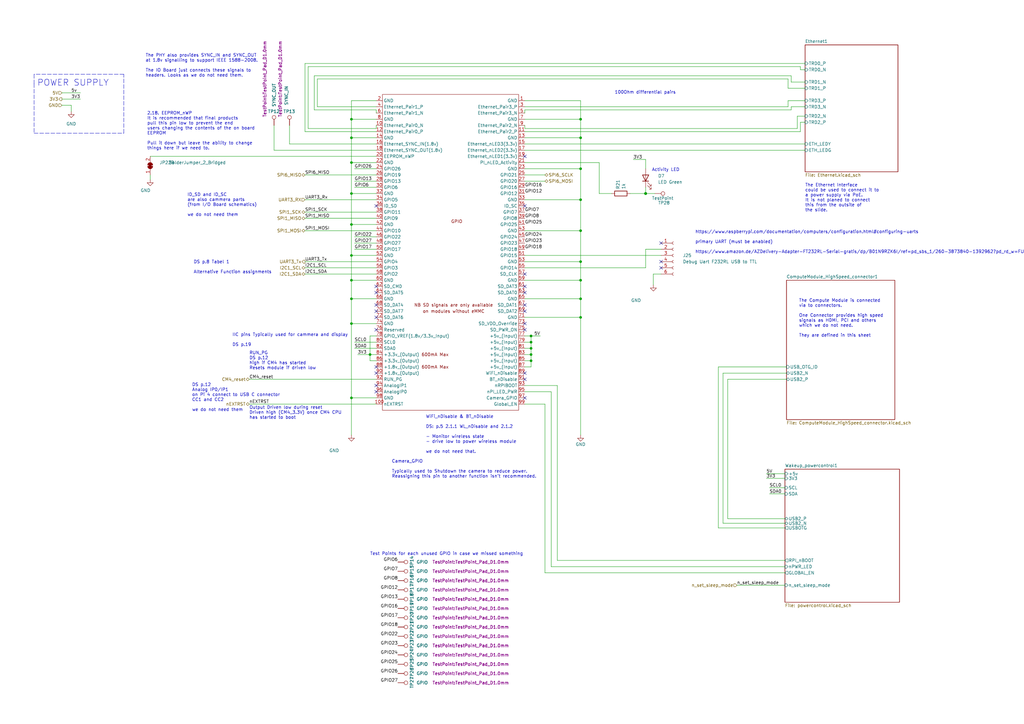
<source format=kicad_sch>
(kicad_sch (version 20211123) (generator eeschema)
  (paper "A3")
  (title_block (title "Mainboard internals") (date "2021-12-24") (rev "v1"))
  (lib_symbols
    (symbol "CM4IO:ComputeModule4-CM4"
      (property "Reference" "Module" (at 113.03 -68.58 0))
      (property "Value" "ComputeModule4-CM4" (at 140.97 2.54 0))
      (property "Field4" "Hirose" (at 0 0 0))
      (property "Field5" "2x DF40C-100DS-0.4V" (at 0 -2.54 0))
      (symbol "ComputeModule4-CM4_1_0"
        (text "GPIO" (at 0 6.35 0) (effects (font (size 1.27 1.27))))
      )
      (symbol "ComputeModule4-CM4_1_1"
        (rectangle (start -30.48 -71.12) (end 25.4 58.42))
        (text "600mA Max" (at -8.89 -53.34 0) (effects (font (size 1.27 1.27))))
        (text "600mA Max" (at -8.89 -48.26 0) (effects (font (size 1.27 1.27))))
        (text "NB SD signals are only available" (at -1.27 -27.94 0) (effects (font (size 1.27 1.27))))
        (text "on modules without eMMC" (at -1.27 -30.48 0) (effects (font (size 1.27 1.27))))
        (pin power_in line (at 27.94 55.88 180) (length 2.54) (name "GND") (number "1"))
        (pin passive line (at -33.02 45.72 0) (length 2.54) (name "Ethernet_Pair0_N") (number "10"))
        (pin output line (at -33.02 -68.58 0) (length 2.54) (name "nEXTRST") (number "100"))
        (pin passive line (at 27.94 43.18 180) (length 2.54) (name "Ethernet_Pair2_P") (number "11"))
        (pin passive line (at -33.02 43.18 0) (length 2.54) (name "Ethernet_Pair0_P") (number "12"))
        (pin power_in line (at 27.94 40.64 180) (length 2.54) (name "GND") (number "13"))
        (pin power_in line (at -33.02 40.64 0) (length 2.54) (name "GND") (number "14"))
        (pin output line (at 27.94 38.1 180) (length 2.54) (name "Ethernet_nLED3(3.3v)") (number "15"))
        (pin input line (at -33.02 38.1 0) (length 2.54) (name "Ethernet_SYNC_IN(1.8v)") (number "16"))
        (pin output line (at 27.94 35.56 180) (length 2.54) (name "Ethernet_nLED2(3.3v)") (number "17"))
        (pin input line (at -33.02 35.56 0) (length 2.54) (name "Ethernet_SYNC_OUT(1.8v)") (number "18"))
        (pin output line (at 27.94 33.02 180) (length 2.54) (name "Ethernet_nLED1(3.3v)") (number "19"))
        (pin power_in line (at -33.02 55.88 0) (length 2.54) (name "GND") (number "2"))
        (pin passive line (at -33.02 33.02 0) (length 2.54) (name "EEPROM_nWP") (number "20"))
        (pin open_collector line (at 27.94 30.48 180) (length 2.54) (name "PI_nLED_Activity") (number "21"))
        (pin power_in line (at -33.02 30.48 0) (length 2.54) (name "GND") (number "22"))
        (pin power_in line (at 27.94 27.94 180) (length 2.54) (name "GND") (number "23"))
        (pin passive line (at -33.02 27.94 0) (length 2.54) (name "GPIO26") (number "24"))
        (pin passive line (at 27.94 25.4 180) (length 2.54) (name "GPIO21") (number "25"))
        (pin passive line (at -33.02 25.4 0) (length 2.54) (name "GPIO19") (number "26"))
        (pin passive line (at 27.94 22.86 180) (length 2.54) (name "GPIO20") (number "27"))
        (pin passive line (at -33.02 22.86 0) (length 2.54) (name "GPIO13") (number "28"))
        (pin passive line (at 27.94 20.32 180) (length 2.54) (name "GPIO16") (number "29"))
        (pin passive line (at 27.94 53.34 180) (length 2.54) (name "Ethernet_Pair3_P") (number "3"))
        (pin passive line (at -33.02 20.32 0) (length 2.54) (name "GPIO6") (number "30"))
        (pin passive line (at 27.94 17.78 180) (length 2.54) (name "GPIO12") (number "31"))
        (pin power_in line (at -33.02 17.78 0) (length 2.54) (name "GND") (number "32"))
        (pin power_in line (at 27.94 15.24 180) (length 2.54) (name "GND") (number "33"))
        (pin passive line (at -33.02 15.24 0) (length 2.54) (name "GPIO5") (number "34"))
        (pin passive line (at 27.94 12.7 180) (length 2.54) (name "ID_SC") (number "35"))
        (pin passive line (at -33.02 12.7 0) (length 2.54) (name "ID_SD") (number "36"))
        (pin passive line (at 27.94 10.16 180) (length 2.54) (name "GPIO7") (number "37"))
        (pin passive line (at -33.02 10.16 0) (length 2.54) (name "GPIO11") (number "38"))
        (pin passive line (at 27.94 7.62 180) (length 2.54) (name "GPIO8") (number "39"))
        (pin passive line (at -33.02 53.34 0) (length 2.54) (name "Ethernet_Pair1_P") (number "4"))
        (pin passive line (at -33.02 7.62 0) (length 2.54) (name "GPIO9") (number "40"))
        (pin passive line (at 27.94 5.08 180) (length 2.54) (name "GPIO25") (number "41"))
        (pin power_in line (at -33.02 5.08 0) (length 2.54) (name "GND") (number "42"))
        (pin power_in line (at 27.94 2.54 180) (length 2.54) (name "GND") (number "43"))
        (pin passive line (at -33.02 2.54 0) (length 2.54) (name "GPIO10") (number "44"))
        (pin passive line (at 27.94 0 180) (length 2.54) (name "GPIO24") (number "45"))
        (pin passive line (at -33.02 0 0) (length 2.54) (name "GPIO22") (number "46"))
        (pin passive line (at 27.94 -2.54 180) (length 2.54) (name "GPIO23") (number "47"))
        (pin passive line (at -33.02 -2.54 0) (length 2.54) (name "GPIO27") (number "48"))
        (pin passive line (at 27.94 -5.08 180) (length 2.54) (name "GPIO18") (number "49"))
        (pin passive line (at 27.94 50.8 180) (length 2.54) (name "Ethernet_Pair3_N") (number "5"))
        (pin passive line (at -33.02 -5.08 0) (length 2.54) (name "GPIO17") (number "50"))
        (pin passive line (at 27.94 -7.62 180) (length 2.54) (name "GPIO15") (number "51"))
        (pin power_in line (at -33.02 -7.62 0) (length 2.54) (name "GND") (number "52"))
        (pin power_in line (at 27.94 -10.16 180) (length 2.54) (name "GND") (number "53"))
        (pin passive line (at -33.02 -10.16 0) (length 2.54) (name "GPIO4") (number "54"))
        (pin passive line (at 27.94 -12.7 180) (length 2.54) (name "GPIO14") (number "55"))
        (pin passive line (at -33.02 -12.7 0) (length 2.54) (name "GPIO3") (number "56"))
        (pin passive line (at 27.94 -15.24 180) (length 2.54) (name "SD_CLK") (number "57"))
        (pin passive line (at -33.02 -15.24 0) (length 2.54) (name "GPIO2") (number "58"))
        (pin power_in line (at 27.94 -17.78 180) (length 2.54) (name "GND") (number "59"))
        (pin passive line (at -33.02 50.8 0) (length 2.54) (name "Ethernet_Pair1_N") (number "6"))
        (pin power_in line (at -33.02 -17.78 0) (length 2.54) (name "GND") (number "60"))
        (pin passive line (at 27.94 -20.32 180) (length 2.54) (name "SD_DAT3") (number "61"))
        (pin passive line (at -33.02 -20.32 0) (length 2.54) (name "SD_CMD") (number "62"))
        (pin passive line (at 27.94 -22.86 180) (length 2.54) (name "SD_DAT0") (number "63"))
        (pin passive line (at -33.02 -22.86 0) (length 2.54) (name "SD_DAT5") (number "64"))
        (pin power_in line (at 27.94 -25.4 180) (length 2.54) (name "GND") (number "65"))
        (pin power_in line (at -33.02 -25.4 0) (length 2.54) (name "GND") (number "66"))
        (pin passive line (at 27.94 -27.94 180) (length 2.54) (name "SD_DAT1") (number "67"))
        (pin passive line (at -33.02 -27.94 0) (length 2.54) (name "SD_DAT4") (number "68"))
        (pin passive line (at 27.94 -30.48 180) (length 2.54) (name "SD_DAT2") (number "69"))
        (pin power_in line (at 27.94 48.26 180) (length 2.54) (name "GND") (number "7"))
        (pin passive line (at -33.02 -30.48 0) (length 2.54) (name "SD_DAT7") (number "70"))
        (pin power_in line (at 27.94 -33.02 180) (length 2.54) (name "GND") (number "71"))
        (pin passive line (at -33.02 -33.02 0) (length 2.54) (name "SD_DAT6") (number "72"))
        (pin input line (at 27.94 -35.56 180) (length 2.54) (name "SD_VDD_Override") (number "73"))
        (pin power_in line (at -33.02 -35.56 0) (length 2.54) (name "GND") (number "74"))
        (pin output line (at 27.94 -38.1 180) (length 2.54) (name "SD_PWR_ON") (number "75"))
        (pin passive line (at -33.02 -38.1 0) (length 2.54) (name "Reserved") (number "76"))
        (pin power_in line (at 27.94 -40.64 180) (length 2.54) (name "+5v_(Input)") (number "77"))
        (pin power_in line (at -33.02 -40.64 0) (length 2.54) (name "GPIO_VREF(1.8v/3.3v_Input)") (number "78"))
        (pin power_in line (at 27.94 -43.18 180) (length 2.54) (name "+5v_(Input)") (number "79"))
        (pin power_in line (at -33.02 48.26 0) (length 2.54) (name "GND") (number "8"))
        (pin passive line (at -33.02 -43.18 0) (length 2.54) (name "SCL0") (number "80"))
        (pin power_in line (at 27.94 -45.72 180) (length 2.54) (name "+5v_(Input)") (number "81"))
        (pin passive line (at -33.02 -45.72 0) (length 2.54) (name "SDA0") (number "82"))
        (pin power_in line (at 27.94 -48.26 180) (length 2.54) (name "+5v_(Input)") (number "83"))
        (pin power_out line (at -33.02 -48.26 0) (length 2.54) (name "+3.3v_(Output)") (number "84"))
        (pin power_in line (at 27.94 -50.8 180) (length 2.54) (name "+5v_(Input)") (number "85"))
        (pin power_out line (at -33.02 -50.8 0) (length 2.54) (name "+3.3v_(Output)") (number "86"))
        (pin power_in line (at 27.94 -53.34 180) (length 2.54) (name "+5v_(Input)") (number "87"))
        (pin power_out line (at -33.02 -53.34 0) (length 2.54) (name "+1.8v_(Output)") (number "88"))
        (pin power_in line (at 27.94 -55.88 180) (length 2.54) (name "WiFi_nDisable") (number "89"))
        (pin passive line (at 27.94 45.72 180) (length 2.54) (name "Ethernet_Pair2_N") (number "9"))
        (pin power_out line (at -33.02 -55.88 0) (length 2.54) (name "+1.8v_(Output)") (number "90"))
        (pin power_in line (at 27.94 -58.42 180) (length 2.54) (name "BT_nDisable") (number "91"))
        (pin passive line (at -33.02 -58.42 0) (length 2.54) (name "RUN_PG") (number "92"))
        (pin input line (at 27.94 -60.96 180) (length 2.54) (name "nRPIBOOT") (number "93"))
        (pin passive line (at -33.02 -60.96 0) (length 2.54) (name "AnalogIP1") (number "94"))
        (pin output line (at 27.94 -63.5 180) (length 2.54) (name "nPI_LED_PWR") (number "95"))
        (pin passive line (at -33.02 -63.5 0) (length 2.54) (name "AnalogIP0") (number "96"))
        (pin passive line (at 27.94 -66.04 180) (length 2.54) (name "Camera_GPIO") (number "97"))
        (pin power_in line (at -33.02 -66.04 0) (length 2.54) (name "GND") (number "98"))
        (pin input line (at 27.94 -68.58 180) (length 2.54) (name "Global_EN") (number "99"))
      )
      (symbol "ComputeModule4-CM4_2_1"
        (rectangle (start 114.3 -66.04) (end 165.1 63.5))
        (text "High Speed Serial" (at 140.97 0 0) (effects (font (size 1.27 1.27))))
        (pin input line (at 170.18 60.96 180) (length 5.08) (name "USB_OTG_ID") (number "101"))
        (pin input line (at 109.22 60.96 0) (length 5.08) (name "PCIe_CLK_nREQ") (number "102"))
        (pin passive line (at 170.18 58.42 180) (length 5.08) (name "USB2_N") (number "103"))
        (pin passive line (at 109.22 58.42 0) (length 5.08) (name "Reserved") (number "104"))
        (pin passive line (at 170.18 55.88 180) (length 5.08) (name "USB2_P") (number "105"))
        (pin passive line (at 109.22 55.88 0) (length 5.08) (name "Reserved") (number "106"))
        (pin power_in line (at 170.18 53.34 180) (length 5.08) (name "GND") (number "107"))
        (pin power_in line (at 109.22 53.34 0) (length 5.08) (name "GND") (number "108"))
        (pin bidirectional line (at 170.18 50.8 180) (length 5.08) (name "PCIe_nRST") (number "109"))
        (pin output line (at 109.22 50.8 0) (length 5.08) (name "PCIe_CLK_P") (number "110"))
        (pin passive line (at 170.18 48.26 180) (length 5.08) (name "VDAC_COMP") (number "111"))
        (pin output line (at 109.22 48.26 0) (length 5.08) (name "PCIe_CLK_N") (number "112"))
        (pin power_in line (at 170.18 45.72 180) (length 5.08) (name "GND") (number "113"))
        (pin power_in line (at 109.22 45.72 0) (length 5.08) (name "GND") (number "114"))
        (pin input line (at 170.18 43.18 180) (length 5.08) (name "CAM1_D0_N") (number "115"))
        (pin input line (at 109.22 43.18 0) (length 5.08) (name "PCIe_RX_P") (number "116"))
        (pin input line (at 170.18 40.64 180) (length 5.08) (name "CAM1_D0_P") (number "117"))
        (pin input line (at 109.22 40.64 0) (length 5.08) (name "PCIe_RX_N") (number "118"))
        (pin power_in line (at 170.18 38.1 180) (length 5.08) (name "GND") (number "119"))
        (pin power_in line (at 109.22 38.1 0) (length 5.08) (name "GND") (number "120"))
        (pin input line (at 170.18 35.56 180) (length 5.08) (name "CAM1_D1_N") (number "121"))
        (pin output line (at 109.22 35.56 0) (length 5.08) (name "PCIe_TX_P") (number "122"))
        (pin input line (at 170.18 33.02 180) (length 5.08) (name "CAM1_D1_P") (number "123"))
        (pin output line (at 109.22 33.02 0) (length 5.08) (name "PCIe_TX_N") (number "124"))
        (pin power_in line (at 170.18 30.48 180) (length 5.08) (name "GND") (number "125"))
        (pin power_in line (at 109.22 30.48 0) (length 5.08) (name "GND") (number "126"))
        (pin input line (at 170.18 27.94 180) (length 5.08) (name "CAM1_C_N") (number "127"))
        (pin input line (at 109.22 27.94 0) (length 5.08) (name "CAM0_D0_N") (number "128"))
        (pin input line (at 170.18 25.4 180) (length 5.08) (name "CAM1_C_P") (number "129"))
        (pin input line (at 109.22 25.4 0) (length 5.08) (name "CAM0_D0_P") (number "130"))
        (pin power_in line (at 170.18 22.86 180) (length 5.08) (name "GND") (number "131"))
        (pin power_in line (at 109.22 22.86 0) (length 5.08) (name "GND") (number "132"))
        (pin input line (at 170.18 20.32 180) (length 5.08) (name "CAM1_D2_N") (number "133"))
        (pin input line (at 109.22 20.32 0) (length 5.08) (name "CAM0_D1_N") (number "134"))
        (pin input line (at 170.18 17.78 180) (length 5.08) (name "CAM1_D2_P") (number "135"))
        (pin input line (at 109.22 17.78 0) (length 5.08) (name "CAM0_D1_P") (number "136"))
        (pin power_in line (at 170.18 15.24 180) (length 5.08) (name "GND") (number "137"))
        (pin power_in line (at 109.22 15.24 0) (length 5.08) (name "GND") (number "138"))
        (pin input line (at 170.18 12.7 180) (length 5.08) (name "CAM1_D3_N") (number "139"))
        (pin input line (at 109.22 12.7 0) (length 5.08) (name "CAM0_C_N") (number "140"))
        (pin input line (at 170.18 10.16 180) (length 5.08) (name "CAM1_D3_P") (number "141"))
        (pin input line (at 109.22 10.16 0) (length 5.08) (name "CAM0_C_P") (number "142"))
        (pin input line (at 170.18 7.62 180) (length 5.08) (name "HDMI1_HOTPLUG") (number "143"))
        (pin power_in line (at 109.22 7.62 0) (length 5.08) (name "GND") (number "144"))
        (pin bidirectional line (at 170.18 5.08 180) (length 5.08) (name "HDMI1_SDA") (number "145"))
        (pin output line (at 109.22 5.08 0) (length 5.08) (name "HDMI1_TX2_P") (number "146"))
        (pin open_collector line (at 170.18 2.54 180) (length 5.08) (name "HDMI1_SCL") (number "147"))
        (pin output line (at 109.22 2.54 0) (length 5.08) (name "HDMI1_TX2_N") (number "148"))
        (pin open_collector line (at 170.18 0 180) (length 5.08) (name "HDMI1_CEC") (number "149"))
        (pin power_in line (at 109.22 0 0) (length 5.08) (name "GND") (number "150"))
        (pin open_collector line (at 170.18 -2.54 180) (length 5.08) (name "HDMI0_CEC") (number "151"))
        (pin output line (at 109.22 -2.54 0) (length 5.08) (name "HDMI1_TX1_P") (number "152"))
        (pin input line (at 170.18 -5.08 180) (length 5.08) (name "HDMI0_HOTPLUG") (number "153"))
        (pin output line (at 109.22 -5.08 0) (length 5.08) (name "HDMI1_TX1_N") (number "154"))
        (pin power_in line (at 170.18 -7.62 180) (length 5.08) (name "GND") (number "155"))
        (pin power_in line (at 109.22 -7.62 0) (length 5.08) (name "GND") (number "156"))
        (pin output line (at 170.18 -10.16 180) (length 5.08) (name "DSI0_D0_N") (number "157"))
        (pin output line (at 109.22 -10.16 0) (length 5.08) (name "HDMI1_TX0_P") (number "158"))
        (pin output line (at 170.18 -12.7 180) (length 5.08) (name "DSI0_D0_P") (number "159"))
        (pin output line (at 109.22 -12.7 0) (length 5.08) (name "HDMI1_TX0_N") (number "160"))
        (pin power_in line (at 170.18 -15.24 180) (length 5.08) (name "GND") (number "161"))
        (pin power_in line (at 109.22 -15.24 0) (length 5.08) (name "GND") (number "162"))
        (pin output line (at 170.18 -17.78 180) (length 5.08) (name "DSI0_D1_N") (number "163"))
        (pin output line (at 109.22 -17.78 0) (length 5.08) (name "HDMI1_CLK_P") (number "164"))
        (pin output line (at 170.18 -20.32 180) (length 5.08) (name "DSI0_D1_P") (number "165"))
        (pin output line (at 109.22 -20.32 0) (length 5.08) (name "HDMI1_CLK_N") (number "166"))
        (pin power_in line (at 170.18 -22.86 180) (length 5.08) (name "GND") (number "167"))
        (pin power_in line (at 109.22 -22.86 0) (length 5.08) (name "GND") (number "168"))
        (pin output line (at 170.18 -25.4 180) (length 5.08) (name "DSI0_C_N") (number "169"))
        (pin output line (at 109.22 -25.4 0) (length 5.08) (name "HDMI0_TX2_P") (number "170"))
        (pin output line (at 170.18 -27.94 180) (length 5.08) (name "DSI0_C_P") (number "171"))
        (pin output line (at 109.22 -27.94 0) (length 5.08) (name "HDMI0_TX2_N") (number "172"))
        (pin power_in line (at 170.18 -30.48 180) (length 5.08) (name "GND") (number "173"))
        (pin power_in line (at 109.22 -30.48 0) (length 5.08) (name "GND") (number "174"))
        (pin output line (at 170.18 -33.02 180) (length 5.08) (name "DSI1_D0_N") (number "175"))
        (pin output line (at 109.22 -33.02 0) (length 5.08) (name "HDMI0_TX1_P") (number "176"))
        (pin output line (at 170.18 -35.56 180) (length 5.08) (name "DSI1_D0_P") (number "177"))
        (pin output line (at 109.22 -35.56 0) (length 5.08) (name "HDMI0_TX1_N") (number "178"))
        (pin power_in line (at 170.18 -38.1 180) (length 5.08) (name "GND") (number "179"))
        (pin power_in line (at 109.22 -38.1 0) (length 5.08) (name "GND") (number "180"))
        (pin output line (at 170.18 -40.64 180) (length 5.08) (name "DSI1_D1_N") (number "181"))
        (pin output line (at 109.22 -40.64 0) (length 5.08) (name "HDMI0_TX0_P") (number "182"))
        (pin output line (at 170.18 -43.18 180) (length 5.08) (name "DSI1_D1_P") (number "183"))
        (pin output line (at 109.22 -43.18 0) (length 5.08) (name "HDMI0_TX0_N") (number "184"))
        (pin power_in line (at 170.18 -45.72 180) (length 5.08) (name "GND") (number "185"))
        (pin power_in line (at 109.22 -45.72 0) (length 5.08) (name "GND") (number "186"))
        (pin output line (at 170.18 -48.26 180) (length 5.08) (name "DSI1_C_N") (number "187"))
        (pin output line (at 109.22 -48.26 0) (length 5.08) (name "HDMI0_CLK_P") (number "188"))
        (pin output line (at 170.18 -50.8 180) (length 5.08) (name "DSI1_C_P") (number "189"))
        (pin output line (at 109.22 -50.8 0) (length 5.08) (name "HDMI0_CLK_N") (number "190"))
        (pin power_in line (at 170.18 -53.34 180) (length 5.08) (name "GND") (number "191"))
        (pin power_in line (at 109.22 -53.34 0) (length 5.08) (name "GND") (number "192"))
        (pin output line (at 170.18 -55.88 180) (length 5.08) (name "DSI1_D2_N") (number "193"))
        (pin output line (at 109.22 -55.88 0) (length 5.08) (name "DSI1_D3_N") (number "194"))
        (pin output line (at 170.18 -58.42 180) (length 5.08) (name "DSI1_D2_P") (number "195"))
        (pin output line (at 109.22 -58.42 0) (length 5.08) (name "DSI1_D3_P") (number "196"))
        (pin power_in line (at 170.18 -60.96 180) (length 5.08) (name "GND") (number "197"))
        (pin power_in line (at 109.22 -60.96 0) (length 5.08) (name "GND") (number "198"))
        (pin bidirectional line (at 170.18 -63.5 180) (length 5.08) (name "HDMI0_SDA") (number "199"))
        (pin open_collector line (at 109.22 -63.5 0) (length 5.08) (name "HDMI0_SCL") (number "200"))
      )
    )
    (symbol "Connector:Conn_01x06_Female" (pin_names (offset 1.016) hide)
      (property "Reference" "J" (at 0 7.62 0))
      (property "Value" "Conn_01x06_Female" (at 0 -10.16 0))
      (symbol "Conn_01x06_Female_1_1"
        (arc (start 0 -7.112) (mid -0.508 -7.62) (end 0 -8.128) (stroke (width 0.1524)))
        (arc (start 0 -4.572) (mid -0.508 -5.08) (end 0 -5.588) (stroke (width 0.1524)))
        (arc (start 0 -2.032) (mid -0.508 -2.54) (end 0 -3.048) (stroke (width 0.1524)))
        (polyline (pts (xy -1.27 -7.62) (xy -0.508 -7.62)) (stroke (width 0.1524)))
        (polyline (pts (xy -1.27 -5.08) (xy -0.508 -5.08)) (stroke (width 0.1524)))
        (polyline (pts (xy -1.27 -2.54) (xy -0.508 -2.54)) (stroke (width 0.1524)))
        (polyline (pts (xy -1.27 0) (xy -0.508 0)) (stroke (width 0.1524)))
        (polyline (pts (xy -1.27 2.54) (xy -0.508 2.54)) (stroke (width 0.1524)))
        (polyline (pts (xy -1.27 5.08) (xy -0.508 5.08)) (stroke (width 0.1524)))
        (arc (start 0 0.508) (mid -0.508 0) (end 0 -0.508) (stroke (width 0.1524)))
        (arc (start 0 3.048) (mid -0.508 2.54) (end 0 2.032) (stroke (width 0.1524)))
        (arc (start 0 5.588) (mid -0.508 5.08) (end 0 4.572) (stroke (width 0.1524)))
        (pin passive line (at -5.08 5.08 0) (length 3.81) (name "Pin_1") (number "1"))
        (pin passive line (at -5.08 2.54 0) (length 3.81) (name "Pin_2") (number "2"))
        (pin passive line (at -5.08 0 0) (length 3.81) (name "Pin_3") (number "3"))
        (pin passive line (at -5.08 -2.54 0) (length 3.81) (name "Pin_4") (number "4"))
        (pin passive line (at -5.08 -5.08 0) (length 3.81) (name "Pin_5") (number "5"))
        (pin passive line (at -5.08 -7.62 0) (length 3.81) (name "Pin_6") (number "6"))
      )
    )
    (symbol "Connector:TestPoint" (pin_numbers hide) (pin_names (offset 0.762) hide)
      (property "Reference" "TP" (at 0 6.858 0))
      (property "Value" "TestPoint" (at 0 5.08 0))
      (symbol "TestPoint_0_1"
        (circle (center 0 3.302) (radius 0.762))
      )
      (symbol "TestPoint_1_1"
        (pin passive line (at 0 0 90) (length 2.54) (name "1") (number "1"))
      )
    )
    (symbol "Device:LED" (pin_numbers hide) (pin_names (offset 1.016) hide)
      (property "Reference" "D" (at 0 2.54 0))
      (property "Value" "LED" (at 0 -2.54 0))
      (symbol "LED_0_1"
        (polyline (pts (xy -1.27 -1.27) (xy -1.27 1.27)) (stroke (width 0.254)))
        (polyline (pts (xy -1.27 0) (xy 1.27 0)))
        (polyline (pts (xy 1.27 -1.27) (xy 1.27 1.27) (xy -1.27 0) (xy 1.27 -1.27)) (stroke (width 0.254)))
        (polyline (pts (xy -3.048 -0.762) (xy -4.572 -2.286) (xy -3.81 -2.286) (xy -4.572 -2.286) (xy -4.572 -1.524)))
        (polyline (pts (xy -1.778 -0.762) (xy -3.302 -2.286) (xy -2.54 -2.286) (xy -3.302 -2.286) (xy -3.302 -1.524)))
      )
      (symbol "LED_1_1"
        (pin passive line (at -3.81 0 0) (length 2.54) (name "K") (number "1"))
        (pin passive line (at 3.81 0 180) (length 2.54) (name "A") (number "2"))
      )
    )
    (symbol "Device:R" (pin_numbers hide) (pin_names (offset 0))
      (property "Reference" "R" (at 2.032 0 90))
      (property "Value" "R" (at 0 0 90))
      (symbol "R_0_1"
        (rectangle (start -1.016 -2.54) (end 1.016 2.54) (stroke (width 0.254)))
      )
      (symbol "R_1_1"
        (pin passive line (at 0 3.81 270) (length 1.27) (name "~") (number "1"))
        (pin passive line (at 0 -3.81 90) (length 1.27) (name "~") (number "2"))
      )
    )
    (symbol "Jumper:SolderJumper_2_Bridged" (pin_names (offset 0) hide)
      (property "Reference" "JP" (at 0 2.032 0))
      (property "Value" "SolderJumper_2_Bridged" (at 0 -2.54 0))
      (symbol "SolderJumper_2_Bridged_0_1"
        (rectangle (start -0.508 0.508) (end 0.508 -0.508) (fill (type outline)))
        (arc (start -0.254 1.016) (mid -1.27 0) (end -0.254 -1.016))
        (arc (start -0.254 1.016) (mid -1.27 0) (end -0.254 -1.016) (fill (type outline)))
        (polyline (pts (xy -0.254 1.016) (xy -0.254 -1.016)))
        (polyline (pts (xy 0.254 1.016) (xy 0.254 -1.016)))
        (arc (start 0.254 -1.016) (mid 1.27 0) (end 0.254 1.016))
        (arc (start 0.254 -1.016) (mid 1.27 0) (end 0.254 1.016) (fill (type outline)))
      )
      (symbol "SolderJumper_2_Bridged_1_1"
        (pin passive line (at -3.81 0 0) (length 2.54) (name "A") (number "1"))
        (pin passive line (at 3.81 0 180) (length 2.54) (name "B") (number "2"))
      )
    )
    (symbol "power:GND" (power) (pin_names (offset 0))
      (property "Value" "GND" (at 0 -3.81 0))
      (symbol "GND_0_1"
        (polyline (pts (xy 0 0) (xy 0 -1.27) (xy 1.27 -1.27) (xy 0 -2.54) (xy -1.27 -1.27) (xy 0 -1.27)))
      )
      (symbol "GND_1_1"
        (pin power_in line (at 0 0 270) (length 0) hide (name "GND") (number "1"))
      )
    )
  )
  (junction (at 238.125 94.615))
  (junction (at 238.125 130.175))
  (junction (at 238.125 107.315))
  (junction (at 144.145 132.715))
  (junction (at 238.125 56.515))
  (junction (at 144.145 56.515))
  (junction (at 144.145 104.775))
  (junction (at 238.125 48.895))
  (junction (at 144.145 122.555))
  (junction (at 238.125 114.935))
  (junction (at 217.805 137.795))
  (junction (at 144.145 114.935))
  (junction (at 238.125 122.555))
  (junction (at 217.805 147.955))
  (junction (at 238.125 81.915))
  (junction (at 217.805 142.875))
  (junction (at 144.145 48.895))
  (junction (at 264.795 79.375) (diameter 1.016))
  (junction (at 217.805 140.335))
  (junction (at 144.145 66.675))
  (junction (at 144.145 79.375))
  (junction (at 144.145 92.075))
  (junction (at 217.805 145.415))
  (junction (at 238.125 69.215))
  (junction (at 144.145 163.195))
  (junction (at 151.765 145.415))
  (no_connect (at 215.265 120.015))
  (no_connect (at 154.305 150.495))
  (no_connect (at 154.305 127.635))
  (no_connect (at 154.305 153.035))
  (no_connect (at 154.305 160.655))
  (no_connect (at 154.305 117.475))
  (no_connect (at 215.265 112.395))
  (no_connect (at 215.265 153.035))
  (no_connect (at 154.305 158.115))
  (no_connect (at 215.265 117.475))
  (no_connect (at 215.265 135.255))
  (no_connect (at 154.305 125.095))
  (no_connect (at 215.265 163.195))
  (no_connect (at 154.305 135.255))
  (no_connect (at 271.145 109.855))
  (no_connect (at 154.305 130.175))
  (no_connect (at 271.145 99.695))
  (no_connect (at 215.265 127.635))
  (no_connect (at 271.145 107.315))
  (no_connect (at 215.265 84.455))
  (no_connect (at 154.305 120.015))
  (no_connect (at 215.265 132.715))
  (no_connect (at 215.265 155.575))
  (no_connect (at 154.305 84.455))
  (no_connect (at 215.265 125.095))
  (no_connect (at 215.265 64.135))
  (wire (pts (xy 154.305 61.595) (xy 112.395 61.595)))
  (wire (pts (xy 125.095 86.995) (xy 154.305 86.995)))
  (wire (pts (xy 215.265 122.555) (xy 238.125 122.555)))
  (wire (pts (xy 215.265 104.775) (xy 271.145 104.775)))
  (wire (pts (xy 323.215 41.275) (xy 330.2 41.275)))
  (wire (pts (xy 330.2 47.625) (xy 327.025 47.625)))
  (wire (pts (xy 125.095 94.615) (xy 154.305 94.615)))
  (wire (pts (xy 102.235 155.575) (xy 154.305 155.575)))
  (wire (pts (xy 314.325 194.31) (xy 321.945 194.31)))
  (wire (pts (xy 217.805 140.335) (xy 217.805 137.795)))
  (wire (pts (xy 298.45 155.575) (xy 298.45 212.725)))
  (wire (pts (xy 215.265 41.275) (xy 238.125 41.275)))
  (wire (pts (xy 144.145 132.715) (xy 144.145 163.195)))
  (wire (pts (xy 144.145 122.555) (xy 154.305 122.555)))
  (wire (pts (xy 126.365 27.305) (xy 328.295 27.305)))
  (wire (pts (xy 145.415 69.215) (xy 154.305 69.215)))
  (wire (pts (xy 217.805 150.495) (xy 215.265 150.495)))
  (wire (pts (xy 215.265 45.085) (xy 324.485 45.085)))
  (wire (pts (xy 238.125 114.935) (xy 238.125 122.555)))
  (wire (pts (xy 223.52 165.735) (xy 223.52 234.95)))
  (wire (pts (xy 215.265 51.435) (xy 215.265 52.705)))
  (wire (pts (xy 130.175 43.815) (xy 154.305 43.815)))
  (wire (pts (xy 154.305 41.275) (xy 144.145 41.275)))
  (wire (pts (xy 258.445 79.375) (xy 264.795 79.375)))
  (wire (pts (xy 215.265 94.615) (xy 238.125 94.615)))
  (wire (pts (xy 61.595 71.755) (xy 61.595 73.66)))
  (wire (pts (xy 245.745 79.375) (xy 250.825 79.375)))
  (wire (pts (xy 264.795 69.215) (xy 264.795 65.405)))
  (polyline (pts (xy 13.97 34.29) (xy 13.97 54.61)))
  (wire (pts (xy 144.145 48.895) (xy 154.305 48.895)))
  (wire (pts (xy 328.295 50.165) (xy 330.2 50.165)))
  (wire (pts (xy 151.765 137.795) (xy 151.765 145.415)))
  (wire (pts (xy 145.415 76.835) (xy 154.305 76.835)))
  (wire (pts (xy 215.265 109.855) (xy 264.795 109.855)))
  (wire (pts (xy 215.265 158.115) (xy 228.6 158.115)))
  (wire (pts (xy 25.4 43.18) (xy 29.21 43.18)))
  (wire (pts (xy 330.2 43.815) (xy 324.485 43.815)))
  (wire (pts (xy 245.745 66.675) (xy 245.745 79.375)))
  (wire (pts (xy 315.595 202.565) (xy 321.945 202.565)))
  (wire (pts (xy 228.6 158.115) (xy 228.6 229.87)))
  (wire (pts (xy 144.145 104.775) (xy 144.145 114.935)))
  (wire (pts (xy 154.305 145.415) (xy 151.765 145.415)))
  (wire (pts (xy 314.325 196.215) (xy 321.945 196.215)))
  (wire (pts (xy 130.175 32.385) (xy 130.175 43.815)))
  (wire (pts (xy 238.125 107.315) (xy 238.125 114.935)))
  (wire (pts (xy 144.145 66.675) (xy 154.305 66.675)))
  (wire (pts (xy 125.095 89.535) (xy 154.305 89.535)))
  (wire (pts (xy 145.415 74.295) (xy 154.305 74.295)))
  (wire (pts (xy 215.265 160.655) (xy 226.06 160.655)))
  (wire (pts (xy 323.215 43.815) (xy 323.215 41.275)))
  (wire (pts (xy 118.745 59.055) (xy 154.305 59.055)))
  (wire (pts (xy 61.595 64.135) (xy 154.305 64.135)))
  (wire (pts (xy 321.945 214.63) (xy 296.545 214.63)))
  (wire (pts (xy 324.485 33.655) (xy 330.2 33.655)))
  (wire (pts (xy 215.265 66.675) (xy 245.745 66.675)))
  (wire (pts (xy 145.415 97.155) (xy 154.305 97.155)))
  (wire (pts (xy 215.265 46.355) (xy 215.265 45.085)))
  (wire (pts (xy 144.145 122.555) (xy 144.145 132.715)))
  (wire (pts (xy 226.06 232.41) (xy 321.945 232.41)))
  (wire (pts (xy 154.305 53.975) (xy 125.095 53.975)))
  (wire (pts (xy 128.905 31.115) (xy 324.485 31.115)))
  (wire (pts (xy 144.145 114.935) (xy 144.145 122.555)))
  (wire (pts (xy 238.125 81.915) (xy 238.125 94.615)))
  (wire (pts (xy 217.805 147.955) (xy 217.805 145.415)))
  (wire (pts (xy 145.415 142.875) (xy 154.305 142.875)))
  (wire (pts (xy 324.485 43.815) (xy 324.485 45.085)))
  (wire (pts (xy 215.265 71.755) (xy 223.52 71.755)))
  (wire (pts (xy 144.145 92.075) (xy 144.145 104.775)))
  (wire (pts (xy 151.765 147.955) (xy 154.305 147.955)))
  (wire (pts (xy 238.125 122.555) (xy 238.125 130.175)))
  (wire (pts (xy 238.125 69.215) (xy 238.125 81.915)))
  (wire (pts (xy 223.52 165.735) (xy 215.265 165.735)))
  (wire (pts (xy 29.21 43.18) (xy 29.21 45.72)))
  (wire (pts (xy 144.145 79.375) (xy 154.305 79.375)))
  (wire (pts (xy 102.235 165.735) (xy 154.305 165.735)))
  (wire (pts (xy 328.295 27.305) (xy 328.295 28.575)))
  (wire (pts (xy 112.395 61.595) (xy 112.395 51.435)))
  (wire (pts (xy 130.175 32.385) (xy 323.215 32.385)))
  (wire (pts (xy 302.26 240.03) (xy 321.945 240.03)))
  (wire (pts (xy 264.795 79.375) (xy 264.795 76.835)))
  (wire (pts (xy 125.095 81.915) (xy 154.305 81.915)))
  (wire (pts (xy 267.97 112.395) (xy 271.145 112.395)))
  (wire (pts (xy 238.125 94.615) (xy 238.125 107.315)))
  (wire (pts (xy 217.805 142.875) (xy 215.265 142.875)))
  (wire (pts (xy 215.265 81.915) (xy 238.125 81.915)))
  (wire (pts (xy 144.145 92.075) (xy 154.305 92.075)))
  (wire (pts (xy 215.265 130.175) (xy 238.125 130.175)))
  (wire (pts (xy 215.265 59.055) (xy 330.2 59.055)))
  (wire (pts (xy 264.795 102.235) (xy 271.145 102.235)))
  (wire (pts (xy 324.485 31.115) (xy 324.485 33.655)))
  (wire (pts (xy 215.265 74.295) (xy 223.52 74.295)))
  (wire (pts (xy 144.145 114.935) (xy 154.305 114.935)))
  (wire (pts (xy 125.095 107.315) (xy 154.305 107.315)))
  (wire (pts (xy 144.145 56.515) (xy 144.145 66.675)))
  (wire (pts (xy 217.805 145.415) (xy 217.805 142.875)))
  (wire (pts (xy 327.025 47.625) (xy 327.025 52.705)))
  (wire (pts (xy 267.97 116.84) (xy 267.97 112.395)))
  (wire (pts (xy 215.265 69.215) (xy 238.125 69.215)))
  (wire (pts (xy 144.145 41.275) (xy 144.145 48.895)))
  (wire (pts (xy 238.125 130.175) (xy 238.125 178.435)))
  (wire (pts (xy 215.265 48.895) (xy 238.125 48.895)))
  (wire (pts (xy 223.52 234.95) (xy 321.945 234.95)))
  (wire (pts (xy 144.145 56.515) (xy 154.305 56.515)))
  (wire (pts (xy 215.265 107.315) (xy 238.125 107.315)))
  (wire (pts (xy 144.145 163.195) (xy 144.145 178.435)))
  (wire (pts (xy 238.125 48.895) (xy 238.125 56.515)))
  (wire (pts (xy 215.265 114.935) (xy 238.125 114.935)))
  (wire (pts (xy 154.305 52.705) (xy 154.305 51.435)))
  (wire (pts (xy 328.295 28.575) (xy 330.2 28.575)))
  (wire (pts (xy 215.265 61.595) (xy 330.2 61.595)))
  (wire (pts (xy 238.125 56.515) (xy 238.125 69.215)))
  (wire (pts (xy 217.805 150.495) (xy 217.805 147.955)))
  (wire (pts (xy 144.145 104.775) (xy 154.305 104.775)))
  (wire (pts (xy 294.64 150.495) (xy 294.64 216.535)))
  (wire (pts (xy 294.64 216.535) (xy 321.945 216.535)))
  (wire (pts (xy 151.765 145.415) (xy 151.765 147.955)))
  (wire (pts (xy 217.805 147.955) (xy 215.265 147.955)))
  (wire (pts (xy 144.145 132.715) (xy 154.305 132.715)))
  (wire (pts (xy 215.265 52.705) (xy 327.025 52.705)))
  (wire (pts (xy 217.805 137.795) (xy 215.265 137.795)))
  (wire (pts (xy 215.265 43.815) (xy 323.215 43.815)))
  (wire (pts (xy 217.805 145.415) (xy 215.265 145.415)))
  (polyline (pts (xy 13.97 54.61) (xy 50.8 54.61)))
  (wire (pts (xy 145.415 140.335) (xy 154.305 140.335)))
  (wire (pts (xy 25.4 40.64) (xy 33.02 40.64)))
  (wire (pts (xy 154.305 137.795) (xy 151.765 137.795)))
  (wire (pts (xy 128.905 45.085) (xy 128.905 31.115)))
  (wire (pts (xy 145.415 102.235) (xy 154.305 102.235)))
  (wire (pts (xy 322.58 155.575) (xy 298.45 155.575)))
  (wire (pts (xy 217.805 137.795) (xy 221.615 137.795)))
  (wire (pts (xy 144.145 48.895) (xy 144.145 56.515)))
  (wire (pts (xy 217.805 140.335) (xy 215.265 140.335)))
  (wire (pts (xy 118.745 51.435) (xy 118.745 59.055)))
  (wire (pts (xy 215.265 53.975) (xy 328.295 53.975)))
  (wire (pts (xy 125.095 112.395) (xy 154.305 112.395)))
  (wire (pts (xy 144.145 66.675) (xy 144.145 79.375)))
  (wire (pts (xy 154.305 45.085) (xy 128.905 45.085)))
  (wire (pts (xy 294.64 150.495) (xy 322.58 150.495)))
  (wire (pts (xy 259.715 65.405) (xy 264.795 65.405)))
  (wire (pts (xy 125.095 109.855) (xy 154.305 109.855)))
  (wire (pts (xy 296.545 153.035) (xy 322.58 153.035)))
  (wire (pts (xy 298.45 212.725) (xy 321.945 212.725)))
  (wire (pts (xy 125.095 71.755) (xy 154.305 71.755)))
  (wire (pts (xy 25.4 38.1) (xy 33.02 38.1)))
  (wire (pts (xy 154.305 45.085) (xy 154.305 46.355)))
  (wire (pts (xy 145.415 99.695) (xy 154.305 99.695)))
  (wire (pts (xy 144.145 163.195) (xy 154.305 163.195)))
  (wire (pts (xy 125.095 53.975) (xy 125.095 26.035)))
  (wire (pts (xy 126.365 27.305) (xy 126.365 52.705)))
  (wire (pts (xy 217.805 142.875) (xy 217.805 140.335)))
  (polyline (pts (xy 13.97 30.48) (xy 13.97 34.29)))
  (wire (pts (xy 215.265 56.515) (xy 238.125 56.515)))
  (wire (pts (xy 323.215 36.195) (xy 323.215 32.385)))
  (wire (pts (xy 268.605 79.375) (xy 264.795 79.375)))
  (wire (pts (xy 226.06 160.655) (xy 226.06 232.41)))
  (wire (pts (xy 264.795 109.855) (xy 264.795 102.235)))
  (polyline (pts (xy 50.8 54.61) (xy 50.8 30.48)))
  (wire (pts (xy 328.295 53.975) (xy 328.295 50.165)))
  (wire (pts (xy 315.595 200.025) (xy 321.945 200.025)))
  (wire (pts (xy 126.365 52.705) (xy 154.305 52.705)))
  (wire (pts (xy 238.125 41.275) (xy 238.125 48.895)))
  (polyline (pts (xy 50.8 30.48) (xy 13.97 30.48)))
  (wire (pts (xy 125.095 26.035) (xy 330.2 26.035)))
  (wire (pts (xy 146.685 145.415) (xy 151.765 145.415)))
  (wire (pts (xy 296.545 214.63) (xy 296.545 153.035)))
  (wire (pts (xy 144.145 79.375) (xy 144.145 92.075)))
  (wire (pts (xy 228.6 229.87) (xy 321.945 229.87)))
  (wire (pts (xy 330.2 36.195) (xy 323.215 36.195)))
  (text "Camera_GPIO\n\nTypically used to Shutdown the camera to reduce power.\nReassigning this pin to another function isn’t recommended." (at 160.655 196.215 0) (effects (font (size 1.27 1.27)) (justify left bottom)))
  (text "WiFi_nDisable & BT_nDisable\n\nDS: p.5 2.1.1 WL_nDisable and 2.1.2 \n\n- Monitor wireless state\n- drive low to power wireless module\n\nwe do not need that." (at 174.625 186.055 0) (effects (font (size 1.27 1.27)) (justify left bottom)))
  (text "100Ohm differential pairs" (at 252.095 38.735 0) (effects (font (size 1.27 1.27)) (justify left bottom)))
  (text "2.18. EEPROM_nWP\nIt is recommended that final products\npull this pin low to prevent the end \nusers changing the contents of the on board\nEEPROM\n\nPull it down but leave the ability to change\nthings here if we need to." (at 60.325 61.595 0) (effects (font (size 1.27 1.27)) (justify left bottom)))
  (text "Test Points for each unused GPIO in case we missed something\n" (at 151.765 227.965 0) (effects (font (size 1.27 1.27)) (justify left bottom)))
  (text "ID_SD and ID_SC\nare also cammera parts\n(from I/O Board schematics)\n\nwe do not need them\n" (at 76.835 88.9 0) (effects (font (size 1.27 1.27)) (justify left bottom)))
  (text "DS p.8 Tabel 1\n\nAlternative Function assignments" (at 79.375 112.395 0) (effects (font (size 1.27 1.27)) (justify left bottom)))
  (text "RUN_PG\nDS p.12\nhigh if CM4 has started\nResets module if driven low\n" (at 102.235 151.765 0) (effects (font (size 1.27 1.27)) (justify left bottom)))
  (text "IIC pins Typically used for cammera and display\n\nDS p.19\n" (at 95.25 142.24 0) (effects (font (size 1.27 1.27)) (justify left bottom)))
  (text "POWER SUPPLY" (at 15.24 35.56 0) (effects (font (size 2.54 2.54)) (justify left bottom)))
  (text "The PHY also provides SYNC_IN and SYNC_OUT \nat 1.8v signalling to support IEEE 1588-2008.\n\nThe IO Board just connects these signals to\nheaders. Looks as we do not need them." (at 59.69 31.75 0) (effects (font (size 1.27 1.27)) (justify left bottom)))
  (text "The Ethernet Interface\ncould be used to connect it to\na power supply via PoE.\nIt is not planed to connect \nthis from the outsite of\nthe slide.\n" (at 330.2 86.995 0) (effects (font (size 1.27 1.27)) (justify left bottom)))
  (text "https://www.raspberrypi.com/documentation/computers/configuration.html#configuring-uarts\n\nprimary UART (must be anabled)\n\nhttps://www.amazon.de/AZDelivery-Adapter-FT232RL-Serial-gratis/dp/B01N9RZK6I/ref=pd_sbs_1/260-3873840-1392962?pd_rd_w=FUJJm&pf_rd_p=b2a25e73-6e6a-41bb-a7ce-5f2d2342b819&pf_rd_r=838GYVN9JHCBCP8P877B&pd_rd_r=e5796328-7163-4a7e-a1a2-c0ce7f14b0a7&pd_rd_wg=4Pen0&pd_rd_i=B01N9RZK6I&psc=1\n" (at 285.115 104.14 0) (effects (font (size 1.27 1.27)) (justify left bottom)))
  (text "The Compute Module is connected\nvia to connectors.\n\nOne Connector provides high speed\nsignals as HDMI, PCI and others\nwhich we do not need.\n\nThey are defined in this sheet " (at 327.66 138.43 0) (effects (font (size 1.27 1.27)) (justify left bottom)))
  (text "DS p.12\nAnalog IP0/IP1\non Pi 4 connect to USB C connector\nCC1 and CC2\n\nwe do not need them" (at 78.74 168.91 0) (effects (font (size 1.27 1.27)) (justify left bottom)))
  (text "Output Driven low during reset\nDriven high (CM4_3.3V) once CM4 CPU \nhas started to boot\n" (at 102.235 172.085 0) (effects (font (size 1.27 1.27)) (justify left bottom)))
  (text "Activity LED" (at 267.335 70.485 0) (effects (font (size 1.27 1.27)) (justify left bottom)))
  (label "SCL0" (at 315.595 200.025 0))
  (label "SPI1_SCK" (at 125.095 86.995 0))
  (label "I2C1_SCL" (at 125.095 109.855 0))
  (label "GPIO6" (at 163.195 230.505 180))
  (label "I2C1_SDA" (at 125.095 112.395 0))
  (label "GPIO27" (at 145.415 99.695 0))
  (label "GPIO16" (at 215.265 76.835 0))
  (label "GPIO22" (at 163.195 260.985 180))
  (label "SDA0" (at 315.595 202.565 0))
  (label "GPIO25" (at 215.265 92.075 0))
  (label "GPIO7" (at 215.265 86.995 0))
  (label "3V3" (at 146.685 145.415 0))
  (label "GPIO8" (at 215.265 89.535 0))
  (label "GPIO18" (at 163.195 257.175 180))
  (label "5v" (at 29.21 38.1 0))
  (label "SPI1_MOSI" (at 125.095 94.615 0))
  (label "5V" (at 219.075 137.795 0))
  (label "GPIO23" (at 215.265 99.695 0))
  (label "GPIO8" (at 163.195 238.125 180))
  (label "UART3_Tx" (at 125.095 107.315 0))
  (label "GPIO13" (at 145.415 74.295 0))
  (label "nEXTRST" (at 102.235 165.735 0))
  (label "GPIO18" (at 215.265 102.235 0))
  (label "GPIO7" (at 163.195 234.315 180))
  (label "GPIO22" (at 145.415 97.155 0))
  (label "GPIO24" (at 215.265 97.155 0))
  (label "GPIO12" (at 215.265 79.375 0))
  (label "GPIO16" (at 163.195 249.555 180))
  (label "GPIO27" (at 163.195 280.035 180))
  (label "GPIO23" (at 163.195 264.795 180))
  (label "CM4_reset" (at 102.235 155.575 0))
  (label "SCL0" (at 145.415 140.335 0))
  (label "SPI1_MISO" (at 125.095 89.535 0))
  (label "SDA0" (at 145.415 142.875 0))
  (label "n_set_sleep_mode" (at 302.26 240.03 0))
  (label "GPIO17" (at 163.195 253.365 180))
  (label "GPIO26" (at 145.415 69.215 0))
  (label "GPIO25" (at 163.195 272.415 180))
  (label "UART3_Rx" (at 125.095 81.915 0))
  (label "3V3" (at 314.325 196.215 0))
  (label "GPIO26" (at 163.195 276.225 180))
  (label "GPIO13" (at 163.195 245.745 180))
  (label "SPI6_MISO" (at 125.095 71.755 0))
  (label "GPIO6" (at 145.415 76.835 0))
  (label "3V3" (at 259.715 65.405 0))
  (label "GPIO12" (at 163.195 241.935 180))
  (label "3V3" (at 29.21 40.64 0))
  (label "GPIO17" (at 145.415 102.235 0))
  (label "GPIO24" (at 163.195 268.605 180))
  (label "5V" (at 314.325 194.31 0))
  (hierarchical_label "SPI6_MISO" (shape bidirectional) (at 125.095 71.755 180))
  (hierarchical_label "5V" (shape input) (at 25.4 38.1 180))
  (hierarchical_label "n_set_sleep_mode" (shape input) (at 302.26 240.03 180))
  (hierarchical_label "SPI6_MOSI" (shape bidirectional) (at 223.52 74.295 0))
  (hierarchical_label "CM4_reset" (shape bidirectional) (at 102.235 155.575 180))
  (hierarchical_label "SPI1_SCK" (shape bidirectional) (at 125.095 86.995 180))
  (hierarchical_label "UART3_Tx" (shape output) (at 125.095 107.315 180))
  (hierarchical_label "I2C1_SDA" (shape bidirectional) (at 125.095 112.395 180))
  (hierarchical_label "I2C1_SCL" (shape bidirectional) (at 125.095 109.855 180))
  (hierarchical_label "3V3" (shape output) (at 25.4 40.64 180))
  (hierarchical_label "UART3_RX" (shape input) (at 125.095 81.915 180))
  (hierarchical_label "SPI1_MISO" (shape bidirectional) (at 125.095 89.535 180))
  (hierarchical_label "nEXTRST" (shape bidirectional) (at 102.235 165.735 180))
  (hierarchical_label "GND" (shape input) (at 25.4 43.18 180))
  (hierarchical_label "SPI1_MOSI" (shape bidirectional) (at 125.095 94.615 180))
  (hierarchical_label "SPI6_SCLK" (shape bidirectional) (at 223.52 71.755 0))
  (symbol (lib_id "Connector:TestPoint") (at 163.195 257.175 270) (unit 1)
    (property "Reference" "TP21" (at 168.91 254.635 0) (effects (justify left)))
    (property "Value" "GPIO" (at 170.815 257.175 90) (effects (justify left)))
    (property "Footprint" "TestPoint:TestPoint_Pad_D1.0mm" (at 193.04 257.175 90))
  )
  (symbol (lib_id "Device:R") (at 254.635 79.375 90) (unit 1)
    (property "Reference" "R21" (at 253.4666 77.597 0) (effects (justify left)))
    (property "Value" "1k" (at 255.778 77.597 0) (effects (justify left)))
    (property "Footprint" "Resistor_SMD:R_0402_1005Metric" (effects hide))
    (property "Datasheet" "https://fscdn.rohm.com/en/products/databook/datasheet/passive/resistor/chip_resistor/mcr-e.pdf" (effects hide))
    (property "Field4" "Farnell" (effects hide))
    (property "Field5" "9239235" (effects hide))
    (property "Field7" "KOA EUROPE GMBH" (effects hide))
    (property "Field6" "RK73H1ETTP1001F" (effects hide))
    (property "Part Description" "Resistor 1K M1005 1% 63mW" (effects hide))
    (property "Field8" "125049511" (effects hide))
  )
  (symbol (lib_id "Connector:TestPoint") (at 163.195 268.605 270) (unit 1)
    (property "Reference" "TP24" (at 168.91 266.065 0) (effects (justify left)))
    (property "Value" "GPIO" (at 170.815 268.605 90) (effects (justify left)))
    (property "Footprint" "TestPoint:TestPoint_Pad_D1.0mm" (at 193.04 268.605 90))
  )
  (symbol (lib_id "Connector:TestPoint") (at 268.605 79.375 270) (unit 1)
    (property "Reference" "TP28" (at 269.875 83.185 90) (effects (justify left)))
    (property "Value" "TestPoint" (at 267.335 81.28 90) (effects (justify left)))
    (property "Footprint" "TestPoint:TestPoint_Pad_2.0x2.0mm" (effects hide))
    (property "Field4" "nf" (effects hide))
    (property "Field5" "nf" (effects hide))
    (property "Field6" "nf" (effects hide))
    (property "Field7" "nf" (effects hide))
  )
  (symbol (lib_id "CM4IO:ComputeModule4-CM4") (at 187.325 97.155 0) (unit 1)
    (property "Reference" "Module1" (at 179.705 -36.195 0))
    (property "Value" "ComputeModule4-CM4" (at 179.705 -33.655 0))
    (property "Footprint" "CM4IO:Raspberry-Pi-4-Compute-Module" (effects hide))
    (property "Field4" "Hirose" (at 179.705 -31.115 0))
    (property "Field5" "2x DF40C-100DS-0.4V" (at 179.705 -28.575 0))
  )
  (symbol (lib_id "power:GND") (at 267.97 116.84 0) (unit 1)
    (property "Reference" "#PWR066" (effects hide))
    (property "Value" "GND" (at 260.8753 123.19 0))
  )
  (symbol (lib_id "Jumper:SolderJumper_2_Bridged") (at 61.595 67.945 90) (unit 1)
    (property "Reference" "JP229" (at 65.405 66.6749 90) (effects (justify right)))
    (property "Value" "SolderJumper_2_Bridged" (at 69.215 66.675 90) (effects (justify right)))
    (property "Footprint" "Jumper:SolderJumper-2_P1.3mm_Bridged_Pad1.0x1.5mm" (effects hide))
  )
  (symbol (lib_id "Connector:TestPoint") (at 163.195 272.415 270) (unit 1)
    (property "Reference" "TP25" (at 168.91 269.875 0) (effects (justify left)))
    (property "Value" "GPIO" (at 170.815 272.415 90) (effects (justify left)))
    (property "Footprint" "TestPoint:TestPoint_Pad_D1.0mm" (at 193.04 272.415 90))
  )
  (symbol (lib_id "Connector:TestPoint") (at 112.395 51.435 0) (unit 1)
    (property "Reference" "TP12" (at 109.855 45.72 0) (effects (justify left)))
    (property "Value" "SYNC_OUT" (at 112.395 43.815 90) (effects (justify left)))
    (property "Footprint" "TestPoint:TestPoint_Pad_D1.0mm" (at 108.585 32.385 90))
  )
  (symbol (lib_id "Device:LED") (at 264.795 73.025 90) (unit 1)
    (property "Reference" "D7" (at 269.875 72.1358 90) (effects (justify right)))
    (property "Value" "LED Green" (at 269.875 74.6758 90) (effects (justify right)))
  )
  (symbol (lib_id "power:GND") (at 29.21 45.72 0) (unit 1)
    (property "Reference" "#PWR062" (effects hide))
    (property "Value" "GND" (at 29.21 50.8 0))
  )
  (symbol (lib_id "Connector:TestPoint") (at 163.195 264.795 270) (unit 1)
    (property "Reference" "TP23" (at 168.91 262.255 0) (effects (justify left)))
    (property "Value" "GPIO" (at 170.815 264.795 90) (effects (justify left)))
    (property "Footprint" "TestPoint:TestPoint_Pad_D1.0mm" (at 193.04 264.795 90))
  )
  (symbol (lib_id "power:GND") (at 238.125 178.435 0) (unit 1)
    (property "Reference" "#PWR065" (effects hide))
    (property "Value" "GND" (at 238.125 182.245 0))
  )
  (symbol (lib_id "Connector:TestPoint") (at 163.195 280.035 270) (unit 1)
    (property "Reference" "TP27" (at 168.91 277.495 0) (effects (justify left)))
    (property "Value" "GPIO" (at 170.815 280.035 90) (effects (justify left)))
    (property "Footprint" "TestPoint:TestPoint_Pad_D1.0mm" (at 193.04 280.035 90))
  )
  (symbol (lib_id "Connector:TestPoint") (at 163.195 234.315 270) (unit 1)
    (property "Reference" "TP15" (at 168.91 231.775 0) (effects (justify left)))
    (property "Value" "GPIO" (at 170.815 234.315 90) (effects (justify left)))
    (property "Footprint" "TestPoint:TestPoint_Pad_D1.0mm" (at 193.04 234.315 90))
  )
  (symbol (lib_id "Connector:TestPoint") (at 163.195 249.555 270) (unit 1)
    (property "Reference" "TP19" (at 168.91 247.015 0) (effects (justify left)))
    (property "Value" "GPIO" (at 170.815 249.555 90) (effects (justify left)))
    (property "Footprint" "TestPoint:TestPoint_Pad_D1.0mm" (at 193.04 249.555 90))
  )
  (symbol (lib_id "Connector:TestPoint") (at 163.195 241.935 270) (unit 1)
    (property "Reference" "TP17" (at 168.91 239.395 0) (effects (justify left)))
    (property "Value" "GPIO" (at 170.815 241.935 90) (effects (justify left)))
    (property "Footprint" "TestPoint:TestPoint_Pad_D1.0mm" (at 193.04 241.935 90))
  )
  (symbol (lib_id "Connector:TestPoint") (at 163.195 230.505 270) (unit 1)
    (property "Reference" "TP14" (at 168.91 227.965 0) (effects (justify left)))
    (property "Value" "GPIO" (at 170.815 230.505 90) (effects (justify left)))
    (property "Footprint" "TestPoint:TestPoint_Pad_D1.0mm" (at 193.04 230.505 90))
  )
  (symbol (lib_id "Connector:TestPoint") (at 163.195 276.225 270) (unit 1)
    (property "Reference" "TP26" (at 168.91 273.685 0) (effects (justify left)))
    (property "Value" "GPIO" (at 170.815 276.225 90) (effects (justify left)))
    (property "Footprint" "TestPoint:TestPoint_Pad_D1.0mm" (at 193.04 276.225 90))
  )
  (symbol (lib_id "power:GND") (at 61.595 73.66 0) (unit 1)
    (property "Reference" "#PWR063" (effects hide))
    (property "Value" "GND" (at 59.69 78.105 0))
  )
  (symbol (lib_id "Connector:TestPoint") (at 118.745 51.435 0) (unit 1)
    (property "Reference" "TP13" (at 116.205 45.72 0) (effects (justify left)))
    (property "Value" "SYNC_IN" (at 117.475 43.18 90) (effects (justify left)))
    (property "Footprint" "TestPoint:TestPoint_Pad_D1.0mm" (at 114.935 32.385 90))
  )
  (symbol (lib_id "power:GND") (at 144.145 178.435 0) (unit 1)
    (property "Reference" "#PWR064" (effects hide))
    (property "Value" "GND" (at 137.0503 184.785 0))
  )
  (symbol (lib_id "Connector:TestPoint") (at 163.195 238.125 270) (unit 1)
    (property "Reference" "TP16" (at 168.91 235.585 0) (effects (justify left)))
    (property "Value" "GPIO" (at 170.815 238.125 90) (effects (justify left)))
    (property "Footprint" "TestPoint:TestPoint_Pad_D1.0mm" (at 193.04 238.125 90))
  )
  (symbol (lib_id "Connector:TestPoint") (at 163.195 245.745 270) (unit 1)
    (property "Reference" "TP18" (at 168.91 243.205 0) (effects (justify left)))
    (property "Value" "GPIO" (at 170.815 245.745 90) (effects (justify left)))
    (property "Footprint" "TestPoint:TestPoint_Pad_D1.0mm" (at 193.04 245.745 90))
  )
  (symbol (lib_id "Connector:TestPoint") (at 163.195 253.365 270) (unit 1)
    (property "Reference" "TP20" (at 168.91 250.825 0) (effects (justify left)))
    (property "Value" "GPIO" (at 170.815 253.365 90) (effects (justify left)))
    (property "Footprint" "TestPoint:TestPoint_Pad_D1.0mm" (at 193.04 253.365 90))
  )
  (symbol (lib_id "Connector:TestPoint") (at 163.195 260.985 270) (unit 1)
    (property "Reference" "TP22" (at 168.91 258.445 0) (effects (justify left)))
    (property "Value" "GPIO" (at 170.815 260.985 90) (effects (justify left)))
    (property "Footprint" "TestPoint:TestPoint_Pad_D1.0mm" (at 193.04 260.985 90))
  )
  (symbol (lib_id "Connector:Conn_01x06_Female") (at 276.225 104.775 0) (unit 1)
    (property "Reference" "J25" (at 280.035 104.7749 0) (effects (justify left)))
    (property "Value" "Debug Uart F232RL USB to TTL " (at 280.035 107.3149 0) (effects (justify left)))
    (property "Footprint" "Connector_PinSocket_2.54mm:PinSocket_1x06_P2.54mm_Horizontal" (effects hide))
  )
  (sheet (at 322.58 114.935) (size 44.45 57.15) (stroke (width 0.1524))
    (property "Sheet name" "ComputeModule_HighSpeed_connector1" (at 322.58 114.2234 0) (effects (justify left bottom)))
    (property "Sheet file" "ComputeModule_HighSpeed_connector.kicad_sch" (at 322.58 172.6696 0) (effects (justify left top)))
    (pin "USB_OTG_ID" input (at 322.58 150.495 180))
    (pin "USB2_P" bidirectional (at 322.58 155.575 180))
    (pin "USB2_N" bidirectional (at 322.58 153.035 180))
  )
  (sheet (at 321.945 192.405) (size 46.99 54.61) (stroke (width 0.1524))
    (property "Sheet name" "Wakeup_powercontrol1" (at 321.945 191.6934 0) (effects (justify left bottom)))
    (property "Sheet file" "powercontrol.kicad_sch" (at 321.945 247.5996 0) (effects (justify left top)))
    (pin "SCL" input (at 321.945 200.025 180))
    (pin "+5v" input (at 321.945 194.31 180))
    (pin "SDA" input (at 321.945 202.565 180))
    (pin "GLOBAL_EN" output (at 321.945 234.95 180))
    (pin "RPI_nBOOT" output (at 321.945 229.87 180))
    (pin "3V3" input (at 321.945 196.215 180))
    (pin "nPWR_LED" input (at 321.945 232.41 180))
    (pin "USBOTG" output (at 321.945 216.535 180))
    (pin "USB2_N" bidirectional (at 321.945 214.63 180))
    (pin "USB2_P" bidirectional (at 321.945 212.725 180))
    (pin "n_set_sleep_mode" input (at 321.945 240.03 180))
  )
  (sheet (at 330.2 18.415) (size 38.1 52.07) (stroke (width 0.1524))
    (property "Sheet name" "Ethernet1" (at 330.2 17.7034 0) (effects (justify left bottom)))
    (property "Sheet file" "Ethernet.kicad_sch" (at 330.2 71.0696 0) (effects (justify left top)))
    (pin "TRD3_N" input (at 330.2 43.815 180))
    (pin "TRD2_P" input (at 330.2 50.165 180))
    (pin "TRD3_P" input (at 330.2 41.275 180))
    (pin "TRD2_N" input (at 330.2 47.625 180))
    (pin "TRD0_N" input (at 330.2 28.575 180))
    (pin "TRD1_P" input (at 330.2 36.195 180))
    (pin "TRD1_N" input (at 330.2 33.655 180))
    (pin "TRD0_P" input (at 330.2 26.035 180))
    (pin "ETH_LEDG" input (at 330.2 61.595 180))
    (pin "ETH_LEDY" input (at 330.2 59.055 180))
  )
)
</source>
